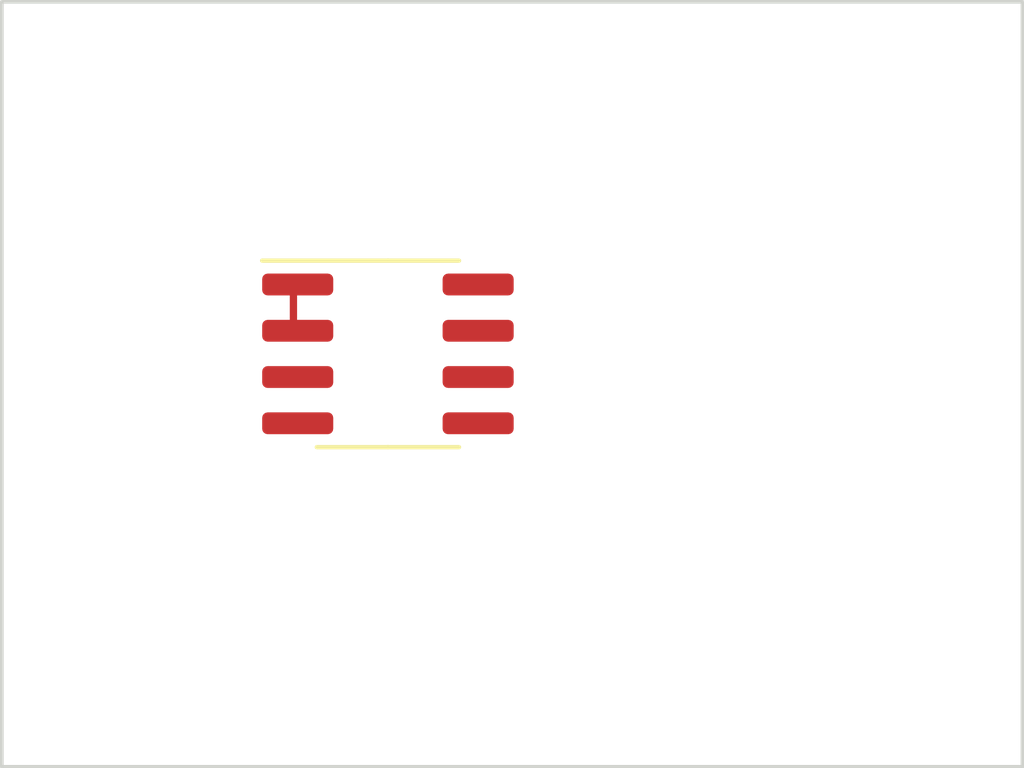
<source format=kicad_pcb>
(kicad_pcb (version 20240108) (generator "pcbnew") (generator_version "8.0")
  (layers (0 "F.Cu" signal) (31 "B.Cu" signal) (34 "B.Paste" user) (35 "F.Paste" user) (36 "B.SilkS" user "B.Silkscreen") (37 "F.SilkS" user "F.Silkscreen") (38 "B.Mask" user) (39 "F.Mask" user) (44 "Edge.Cuts" user))
  (net 0 "")
  (net 1 "Net-(U1-CV)")
  (net 2 "GND")
  (net 3 "Net-(D1-K)")
  (net 4 "VCC")
  (net 6 "Net-(U1-DIS)")
  (footprint "Package_SO:SOIC-8_3.9x4.9mm_P1.27mm" (layer "F.Cu") (at 26.5925 23.665)
    (property "Reference" "U1" (hide yes))
    (property "Value" "LM555xM")
    (fp_line (start 0 -2.56) (end -3.45 -2.56) (stroke (width 0.12)) (layer "F.SilkS"))
    (fp_line (start 0 -2.56) (end 1.95 -2.56) (stroke (width 0.12)) (layer "F.SilkS"))
    (fp_line (start 0 2.56) (end -1.95 2.56) (stroke (width 0.12)) (layer "F.SilkS"))
    (fp_line (start 0 2.56) (end 1.95 2.56) (stroke (width 0.12)) (layer "F.SilkS"))
    (pad "1" smd roundrect (at -2.475 -1.905) (size 1.95 0.6) (layers "F.Cu" "F.Paste" "F.Mask") (net 2 "GND"))
    (pad "2" smd roundrect (at -2.475 -0.635) (size 1.95 0.6) (layers "F.Cu" "F.Paste" "F.Mask"))
    (pad "3" smd roundrect (at -2.475 0.635) (size 1.95 0.6) (layers "F.Cu" "F.Paste" "F.Mask") (net 3 "Net-(D1-K)"))
    (pad "4" smd roundrect (at -2.475 1.905) (size 1.95 0.6) (layers "F.Cu" "F.Paste" "F.Mask") (net 4 "VCC"))
    (pad "5" smd roundrect (at 2.475 1.905) (size 1.95 0.6) (layers "F.Cu" "F.Paste" "F.Mask") (net 1 "Net-(U1-CV)"))
    (pad "6" smd roundrect (at 2.475 0.635) (size 1.95 0.6) (layers "F.Cu" "F.Paste" "F.Mask") (net 6 "Net-(U1-DIS)"))
    (pad "7" smd roundrect (at 2.475 -0.635) (size 1.95 0.6) (layers "F.Cu" "F.Paste" "F.Mask") (net 6 "Net-(U1-DIS)"))
    (pad "8" smd roundrect (at 2.475 -1.905) (size 1.95 0.6) (layers "F.Cu" "F.Paste" "F.Mask") (net 4 "VCC"))
  )
  (gr_line (start 24 22) (end 24 23) (stroke (width 0.2)) (layer "F.Cu"))
  (gr_rect (start 16 14) (end 44 35) (stroke (width 0.1)) (fill none) (layer "Edge.Cuts"))
)
</source>
